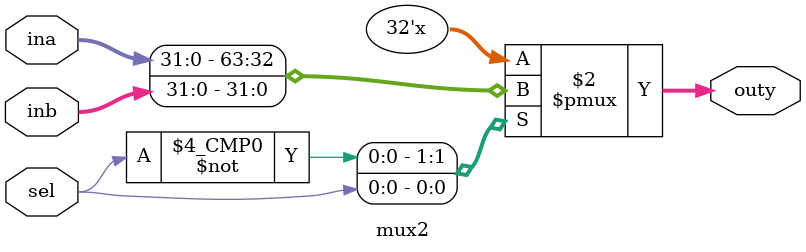
<source format=v>
module mux2
#(parameter
	n     = 32
)
(
    input [n-1 :0] ina,
    input [n-1 :0] inb,
    input sel,
    output reg [n-1 :0] outy
);
	
    always@ (*)
    begin
	case(sel)
	1'b0: outy = ina;
	1'b1: outy = inb;
	default: outy = ina;
	endcase
	end
	
endmodule

</source>
